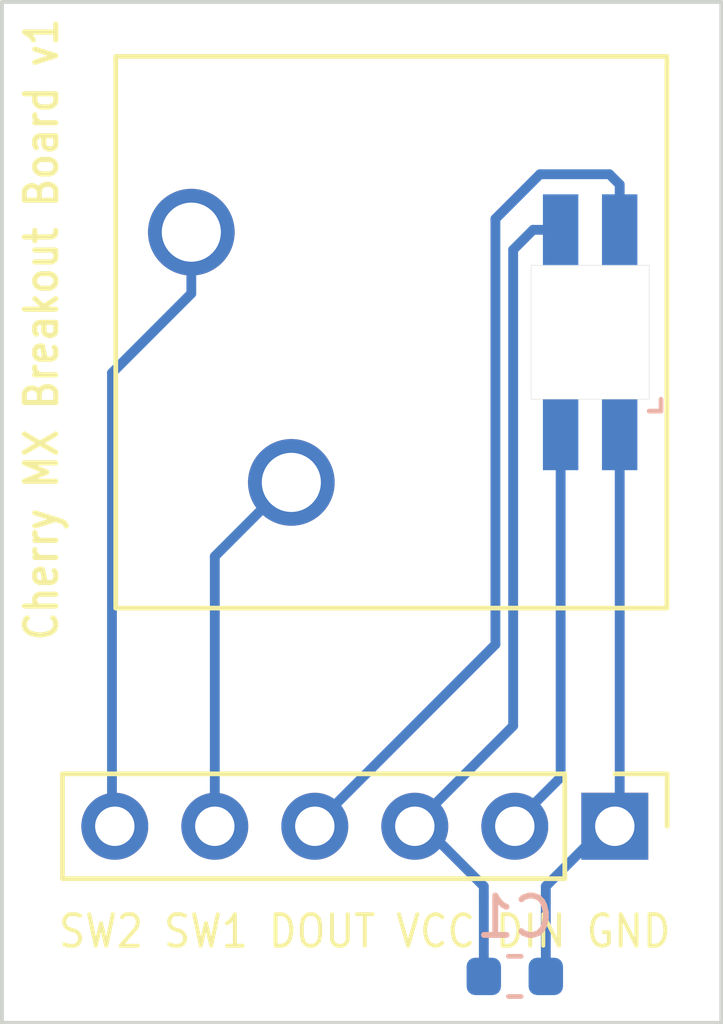
<source format=kicad_pcb>
(kicad_pcb (version 20171130) (host pcbnew "(5.1.5-0-10_14)")

  (general
    (thickness 1.6)
    (drawings 6)
    (tracks 29)
    (zones 0)
    (modules 3)
    (nets 7)
  )

  (page A4)
  (title_block
    (title "Cherry MX Breakout Board with RGB Led")
    (date 2020-01-21)
    (rev v1)
    (comment 2 https://tldrlegal.com/license/mit-license)
    (comment 3 "License: MIT")
    (comment 4 "Author: Sebastian Szczepanski")
  )

  (layers
    (0 F.Cu signal)
    (31 B.Cu signal)
    (32 B.Adhes user)
    (33 F.Adhes user)
    (34 B.Paste user)
    (35 F.Paste user)
    (36 B.SilkS user)
    (37 F.SilkS user)
    (38 B.Mask user)
    (39 F.Mask user)
    (40 Dwgs.User user)
    (41 Cmts.User user)
    (42 Eco1.User user)
    (43 Eco2.User user)
    (44 Edge.Cuts user)
    (45 Margin user)
    (46 B.CrtYd user)
    (47 F.CrtYd user)
    (48 B.Fab user)
    (49 F.Fab user)
  )

  (setup
    (last_trace_width 0.25)
    (trace_clearance 0.2)
    (zone_clearance 0.508)
    (zone_45_only no)
    (trace_min 0.2)
    (via_size 0.8)
    (via_drill 0.4)
    (via_min_size 0.4)
    (via_min_drill 0.3)
    (uvia_size 0.3)
    (uvia_drill 0.1)
    (uvias_allowed no)
    (uvia_min_size 0.2)
    (uvia_min_drill 0.1)
    (edge_width 0.05)
    (segment_width 0.2)
    (pcb_text_width 0.3)
    (pcb_text_size 1.5 1.5)
    (mod_edge_width 0.12)
    (mod_text_size 1 1)
    (mod_text_width 0.15)
    (pad_size 1.524 1.524)
    (pad_drill 0.762)
    (pad_to_mask_clearance 0.051)
    (solder_mask_min_width 0.25)
    (aux_axis_origin 0 0)
    (visible_elements FFFFFF7F)
    (pcbplotparams
      (layerselection 0x010f0_ffffffff)
      (usegerberextensions false)
      (usegerberattributes false)
      (usegerberadvancedattributes false)
      (creategerberjobfile false)
      (excludeedgelayer true)
      (linewidth 0.100000)
      (plotframeref false)
      (viasonmask false)
      (mode 1)
      (useauxorigin false)
      (hpglpennumber 1)
      (hpglpenspeed 20)
      (hpglpendiameter 15.000000)
      (psnegative false)
      (psa4output false)
      (plotreference true)
      (plotvalue true)
      (plotinvisibletext false)
      (padsonsilk false)
      (subtractmaskfromsilk false)
      (outputformat 1)
      (mirror false)
      (drillshape 0)
      (scaleselection 1)
      (outputdirectory "Gerbers/"))
  )

  (net 0 "")
  (net 1 VCC)
  (net 2 GND)
  (net 3 SW1)
  (net 4 SW2)
  (net 5 DIN)
  (net 6 DOUT)

  (net_class Default "This is the default net class."
    (clearance 0.2)
    (trace_width 0.25)
    (via_dia 0.8)
    (via_drill 0.4)
    (uvia_dia 0.3)
    (uvia_drill 0.1)
    (add_net DIN)
    (add_net DOUT)
    (add_net GND)
    (add_net SW1)
    (add_net SW2)
    (add_net VCC)
  )

  (module Connector_PinHeader_2.54mm:PinHeader_1x06_P2.54mm_Vertical (layer F.Cu) (tedit 59FED5CC) (tstamp 5E27E28B)
    (at 159.092 117.946 270)
    (descr "Through hole straight pin header, 1x06, 2.54mm pitch, single row")
    (tags "Through hole pin header THT 1x06 2.54mm single row")
    (path /5E281B3F)
    (fp_text reference J1 (at 2.286 2.667 90) (layer F.SilkS) hide
      (effects (font (size 1 1) (thickness 0.15)))
    )
    (fp_text value Conn_01x06_Male (at 2.794 10.668 180) (layer F.Fab) hide
      (effects (font (size 1 1) (thickness 0.15)))
    )
    (fp_line (start -0.635 -1.27) (end 1.27 -1.27) (layer F.Fab) (width 0.1))
    (fp_line (start 1.27 -1.27) (end 1.27 13.97) (layer F.Fab) (width 0.1))
    (fp_line (start 1.27 13.97) (end -1.27 13.97) (layer F.Fab) (width 0.1))
    (fp_line (start -1.27 13.97) (end -1.27 -0.635) (layer F.Fab) (width 0.1))
    (fp_line (start -1.27 -0.635) (end -0.635 -1.27) (layer F.Fab) (width 0.1))
    (fp_line (start -1.33 14.03) (end 1.33 14.03) (layer F.SilkS) (width 0.12))
    (fp_line (start -1.33 1.27) (end -1.33 14.03) (layer F.SilkS) (width 0.12))
    (fp_line (start 1.33 1.27) (end 1.33 14.03) (layer F.SilkS) (width 0.12))
    (fp_line (start -1.33 1.27) (end 1.33 1.27) (layer F.SilkS) (width 0.12))
    (fp_line (start -1.33 0) (end -1.33 -1.33) (layer F.SilkS) (width 0.12))
    (fp_line (start -1.33 -1.33) (end 0 -1.33) (layer F.SilkS) (width 0.12))
    (fp_line (start -1.8 -1.8) (end -1.8 14.5) (layer F.CrtYd) (width 0.05))
    (fp_line (start -1.8 14.5) (end 1.8 14.5) (layer F.CrtYd) (width 0.05))
    (fp_line (start 1.8 14.5) (end 1.8 -1.8) (layer F.CrtYd) (width 0.05))
    (fp_line (start 1.8 -1.8) (end -1.8 -1.8) (layer F.CrtYd) (width 0.05))
    (fp_text user %R (at 0 6.35) (layer F.Fab)
      (effects (font (size 1 1) (thickness 0.15)))
    )
    (pad 1 thru_hole rect (at 0 0 270) (size 1.7 1.7) (drill 1) (layers *.Cu *.Mask)
      (net 2 GND))
    (pad 2 thru_hole oval (at 0 2.54 270) (size 1.7 1.7) (drill 1) (layers *.Cu *.Mask)
      (net 5 DIN))
    (pad 3 thru_hole oval (at 0 5.08 270) (size 1.7 1.7) (drill 1) (layers *.Cu *.Mask)
      (net 1 VCC))
    (pad 4 thru_hole oval (at 0 7.62 270) (size 1.7 1.7) (drill 1) (layers *.Cu *.Mask)
      (net 6 DOUT))
    (pad 5 thru_hole oval (at 0 10.16 270) (size 1.7 1.7) (drill 1) (layers *.Cu *.Mask)
      (net 3 SW1))
    (pad 6 thru_hole oval (at 0 12.7 270) (size 1.7 1.7) (drill 1) (layers *.Cu *.Mask)
      (net 4 SW2))
    (model ${KISYS3DMOD}/Connector_PinHeader_2.54mm.3dshapes/PinHeader_1x06_P2.54mm_Vertical.wrl
      (at (xyz 0 0 0))
      (scale (xyz 1 1 1))
      (rotate (xyz 0 0 0))
    )
  )

  (module Capacitor_SMD:C_0603_1608Metric (layer B.Cu) (tedit 5B301BBE) (tstamp 5E28B940)
    (at 156.552 121.756)
    (descr "Capacitor SMD 0603 (1608 Metric), square (rectangular) end terminal, IPC_7351 nominal, (Body size source: http://www.tortai-tech.com/upload/download/2011102023233369053.pdf), generated with kicad-footprint-generator")
    (tags capacitor)
    (path /5E27C2F1)
    (attr smd)
    (fp_text reference C1 (at 0.003766 -1.506827) (layer B.SilkS)
      (effects (font (size 1 1) (thickness 0.15)) (justify mirror))
    )
    (fp_text value 0.1uF (at 0 -1.43) (layer B.SilkS) hide
      (effects (font (size 1 1) (thickness 0.15)) (justify mirror))
    )
    (fp_text user %R (at 0 0) (layer B.Fab)
      (effects (font (size 0.4 0.4) (thickness 0.06)) (justify mirror))
    )
    (fp_line (start 1.48 -0.73) (end -1.48 -0.73) (layer B.CrtYd) (width 0.05))
    (fp_line (start 1.48 0.73) (end 1.48 -0.73) (layer B.CrtYd) (width 0.05))
    (fp_line (start -1.48 0.73) (end 1.48 0.73) (layer B.CrtYd) (width 0.05))
    (fp_line (start -1.48 -0.73) (end -1.48 0.73) (layer B.CrtYd) (width 0.05))
    (fp_line (start -0.162779 -0.51) (end 0.162779 -0.51) (layer B.SilkS) (width 0.12))
    (fp_line (start -0.162779 0.51) (end 0.162779 0.51) (layer B.SilkS) (width 0.12))
    (fp_line (start 0.8 -0.4) (end -0.8 -0.4) (layer B.Fab) (width 0.1))
    (fp_line (start 0.8 0.4) (end 0.8 -0.4) (layer B.Fab) (width 0.1))
    (fp_line (start -0.8 0.4) (end 0.8 0.4) (layer B.Fab) (width 0.1))
    (fp_line (start -0.8 -0.4) (end -0.8 0.4) (layer B.Fab) (width 0.1))
    (pad 2 smd roundrect (at 0.7875 0) (size 0.875 0.95) (layers B.Cu B.Paste B.Mask) (roundrect_rratio 0.25)
      (net 2 GND))
    (pad 1 smd roundrect (at -0.7875 0) (size 0.875 0.95) (layers B.Cu B.Paste B.Mask) (roundrect_rratio 0.25)
      (net 1 VCC))
    (model ${KISYS3DMOD}/Capacitor_SMD.3dshapes/C_0603_1608Metric.wrl
      (at (xyz 0 0 0))
      (scale (xyz 1 1 1))
      (rotate (xyz 0 0 0))
    )
  )

  (module "Cherry MX:Cherry-MX_Plate-Mounted_LTST-A683CEGBW_Mill-Max-7305" (layer F.Cu) (tedit 5E299052) (tstamp 5E29EB42)
    (at 153.416 105.41 90)
    (path /5E278424)
    (fp_text reference U1 (at 0 -8.7 90) (layer F.SilkS) hide
      (effects (font (size 1 1) (thickness 0.15)))
    )
    (fp_text value Cherry_MX_RGB (at 0 9 90) (layer F.Fab) hide
      (effects (font (size 1 1) (thickness 0.15)))
    )
    (fp_line (start 7.8 7.8) (end -7.8 7.8) (layer F.Fab) (width 0.12))
    (fp_line (start -7.8 7.8) (end -7.8 -7.8) (layer F.Fab) (width 0.12))
    (fp_line (start 7.8 7.8) (end 7.8 -7.8) (layer F.Fab) (width 0.12))
    (fp_line (start -7.8 -7.8) (end 7.8 -7.8) (layer F.Fab) (width 0.12))
    (fp_line (start -1.7 6.85) (end -2 6.85) (layer B.SilkS) (width 0.12))
    (fp_line (start -2 6.55) (end -2 6.85) (layer B.SilkS) (width 0.12))
    (fp_line (start -7 7) (end 7 7) (layer F.SilkS) (width 0.12))
    (fp_line (start -7 -7) (end 7 -7) (layer F.SilkS) (width 0.12))
    (fp_line (start 7 -7) (end 7 7) (layer F.SilkS) (width 0.12))
    (fp_line (start -7 -7) (end -7 7) (layer F.SilkS) (width 0.12))
    (fp_poly (pts (xy 1.7 3.55) (xy -1.7 3.55) (xy -1.7 6.55) (xy 1.7 6.55)) (layer Edge.Cuts) (width 0.01))
    (pad 4 smd rect (at 2.6 4.3 90) (size 1.8 0.9) (layers B.Cu B.Paste B.Mask)
      (net 1 VCC))
    (pad 3 smd rect (at 2.6 5.8 90) (size 1.8 0.9) (layers B.Cu B.Paste B.Mask)
      (net 6 DOUT))
    (pad 1 smd rect (at -2.6 5.8 90) (size 1.8 0.9) (layers B.Cu B.Paste B.Mask)
      (net 2 GND))
    (pad 2 smd rect (at -2.6 4.3 90) (size 1.8 0.9) (layers B.Cu B.Paste B.Mask)
      (net 5 DIN))
    (pad 5 thru_hole circle (at -3.81 -2.54 90) (size 2.2 2.2) (drill 1.5) (layers *.Cu *.Mask)
      (net 3 SW1))
    (pad 6 thru_hole circle (at 2.54 -5.08 90) (size 2.2 2.2) (drill 1.5) (layers *.Cu *.Mask)
      (net 4 SW2))
    (pad "" np_thru_hole circle (at 0 0 90) (size 4 4) (drill 4) (layers *.Cu *.Mask))
    (model "/Users/sebastianszczepanski/Documents/KiCad/libraries/Cherry MX.pretty/LTST-A683CEGBW.step"
      (offset (xyz 0 -5.05 -1.7))
      (scale (xyz 1 1 1))
      (rotate (xyz 180 0 0))
    )
    (model "/Users/sebastianszczepanski/Documents/KiCad/libraries/Cherry MX.pretty/Mill-Max-7305.step"
      (offset (xyz -3.81 2.54 -2.3))
      (scale (xyz 1 1 1))
      (rotate (xyz 0 0 0))
    )
    (model "/Users/sebastianszczepanski/Documents/KiCad/libraries/Cherry MX.pretty/Mill-Max-7305.step"
      (offset (xyz 2.54 5.08 -2.3))
      (scale (xyz 1 1 1))
      (rotate (xyz 0 0 0))
    )
  )

  (gr_text "Cherry MX Breakout Board v1\n" (at 144.53 113.31 90) (layer F.SilkS)
    (effects (font (size 0.8 0.7) (thickness 0.13)) (justify left))
  )
  (gr_text "SW2 SW1 DOUT VCC DIN GND" (at 152.742 120.613) (layer F.SilkS)
    (effects (font (size 0.8 0.7) (thickness 0.1)))
  )
  (gr_line (start 143.526 97.028) (end 161.798 97.028) (layer Edge.Cuts) (width 0.1))
  (gr_line (start 143.526 122.936) (end 143.526 97.028) (layer Edge.Cuts) (width 0.1))
  (gr_line (start 161.798 122.936) (end 143.526 122.936) (layer Edge.Cuts) (width 0.1))
  (gr_line (start 161.798 97.028) (end 161.798 122.936) (layer Edge.Cuts) (width 0.1))

  (segment (start 155.7645 121.5275) (end 155.7645 119.724) (width 0.25) (layer B.Cu) (net 1))
  (segment (start 155.7645 119.724) (end 155.7645 119.47) (width 0.25) (layer B.Cu) (net 1))
  (segment (start 155.7645 119.47) (end 154.012 117.7175) (width 0.25) (layer B.Cu) (net 1))
  (segment (start 157.016 102.81) (end 156.51 103.316) (width 0.25) (layer B.Cu) (net 1))
  (segment (start 157.716 102.81) (end 157.016 102.81) (width 0.25) (layer B.Cu) (net 1))
  (segment (start 156.51 103.316) (end 156.51 115.4) (width 0.25) (layer B.Cu) (net 1))
  (segment (start 156.51 115.4) (end 154.03 117.88) (width 0.25) (layer B.Cu) (net 1))
  (segment (start 159.098001 117.939999) (end 159.092 117.946) (width 0.25) (layer B.Cu) (net 2))
  (segment (start 157.3395 121.6545) (end 157.3395 119.978) (width 0.25) (layer B.Cu) (net 2))
  (segment (start 157.3395 119.978) (end 157.3395 119.47) (width 0.25) (layer B.Cu) (net 2))
  (segment (start 157.3395 119.47) (end 159.092 117.7175) (width 0.25) (layer B.Cu) (net 2))
  (segment (start 158.896 117.623) (end 159.092 117.819) (width 0.25) (layer B.Cu) (net 2))
  (segment (start 158.796 117.606) (end 159.05 117.86) (width 0.25) (layer B.Cu) (net 2))
  (segment (start 159.216 108.01) (end 159.216 117.764) (width 0.25) (layer B.Cu) (net 2))
  (segment (start 159.216 117.764) (end 159.05 117.93) (width 0.25) (layer B.Cu) (net 2))
  (segment (start 148.932 117.946) (end 148.932 111.098) (width 0.25) (layer B.Cu) (net 3))
  (segment (start 148.932 111.098) (end 150.79 109.24) (width 0.25) (layer B.Cu) (net 3))
  (segment (start 148.336 104.425634) (end 146.32 106.441634) (width 0.25) (layer B.Cu) (net 4))
  (segment (start 148.336 102.87) (end 148.336 104.425634) (width 0.25) (layer B.Cu) (net 4))
  (segment (start 146.32 106.441634) (end 146.32 117.96) (width 0.25) (layer B.Cu) (net 4))
  (segment (start 156.679 117.946) (end 156.552 117.946) (width 0.25) (layer B.Cu) (net 5))
  (segment (start 157.716 108.01) (end 157.716 116.704) (width 0.25) (layer B.Cu) (net 5))
  (segment (start 157.716 116.704) (end 156.51 117.91) (width 0.25) (layer B.Cu) (net 5))
  (segment (start 159.216 101.66) (end 158.956 101.4) (width 0.25) (layer B.Cu) (net 6))
  (segment (start 159.216 102.81) (end 159.216 101.66) (width 0.25) (layer B.Cu) (net 6))
  (segment (start 157.190998 101.4) (end 156.05999 102.531008) (width 0.25) (layer B.Cu) (net 6))
  (segment (start 158.956 101.4) (end 157.190998 101.4) (width 0.25) (layer B.Cu) (net 6))
  (segment (start 156.05999 102.531008) (end 156.05999 113.33001) (width 0.25) (layer B.Cu) (net 6))
  (segment (start 156.05999 113.33001) (end 151.44 117.95) (width 0.25) (layer B.Cu) (net 6))

)

</source>
